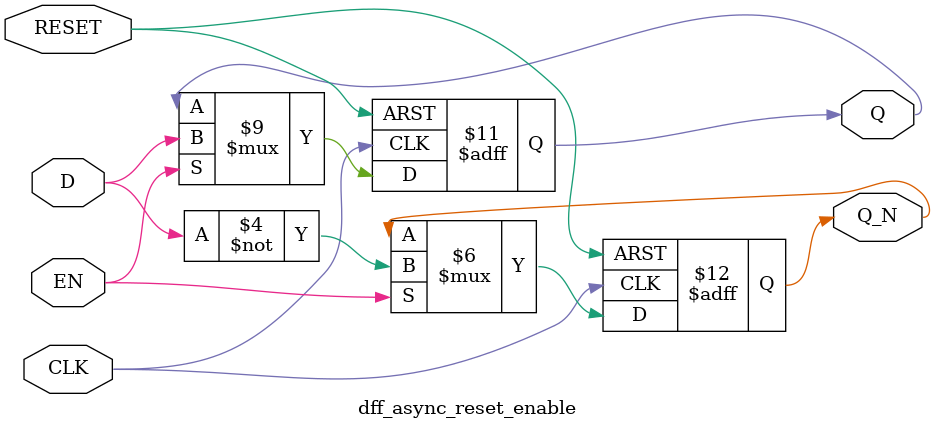
<source format=v>
module dff_async_reset_enable (
    input CLK,
    input D,
    input RESET,
    input EN,
    output Q,
    output Q_N
);

reg Q;
reg Q_N;

always @(posedge CLK or negedge RESET)
begin
    if (!RESET)
    begin
        Q <= 1'b0;
        Q_N <= 1'b1;
    end
    else if (!EN)
    begin
        Q <= Q;
        Q_N <= Q_N;
    end
    else
    begin
        Q <= D;
        Q_N <= ~D;
    end
end

endmodule
</source>
